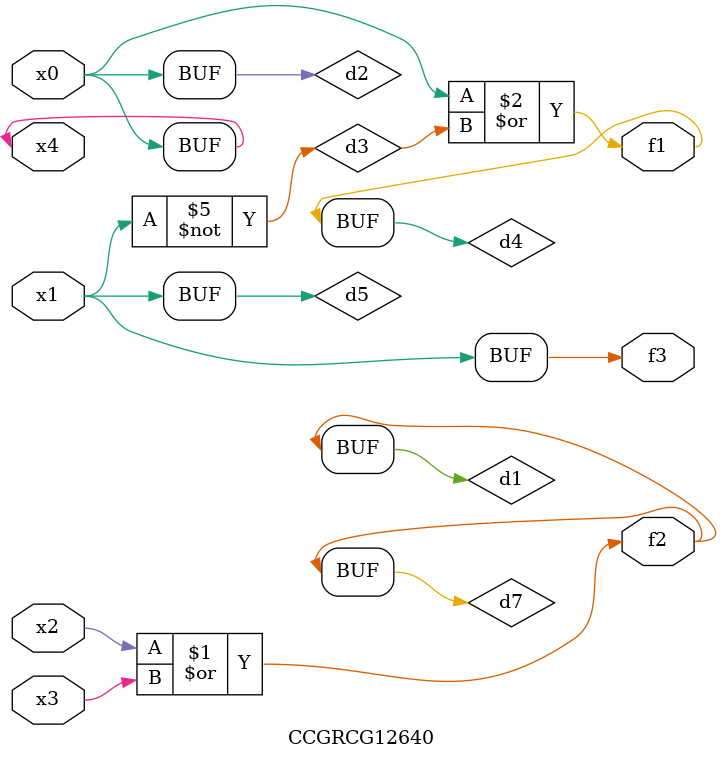
<source format=v>
module CCGRCG12640(
	input x0, x1, x2, x3, x4,
	output f1, f2, f3
);

	wire d1, d2, d3, d4, d5, d6, d7;

	or (d1, x2, x3);
	buf (d2, x0, x4);
	not (d3, x1);
	or (d4, d2, d3);
	not (d5, d3);
	nand (d6, d1, d3);
	or (d7, d1);
	assign f1 = d4;
	assign f2 = d7;
	assign f3 = d5;
endmodule

</source>
